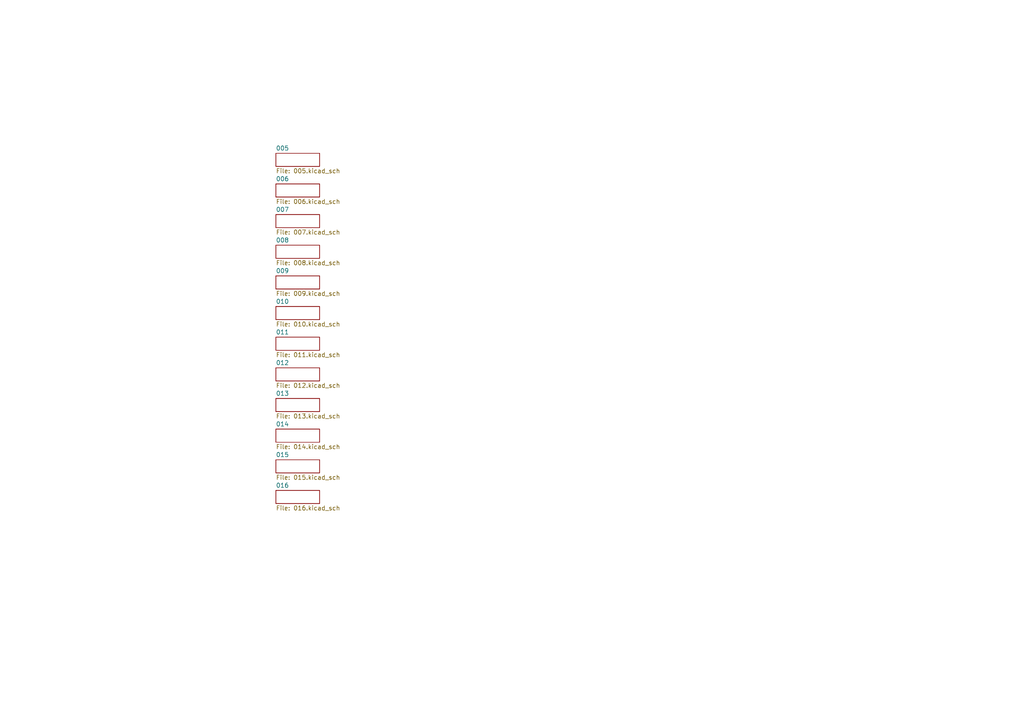
<source format=kicad_sch>
(kicad_sch
	(version 20231120)
	(generator "eeschema")
	(generator_version "8.0")
	(uuid "1af65040-ad8d-4212-a25d-67dbb60d3c8a")
	(paper "A4")
	(lib_symbols)
	(sheet
		(at 80.01 97.79)
		(size 12.7 3.81)
		(fields_autoplaced yes)
		(stroke
			(width 0.1524)
			(type solid)
		)
		(fill
			(color 0 0 0 0.0000)
		)
		(uuid "03ffb809-69e0-40ea-a014-511730b29694")
		(property "Sheetname" "011"
			(at 80.01 97.0784 0)
			(effects
				(font
					(size 1.27 1.27)
				)
				(justify left bottom)
			)
		)
		(property "Sheetfile" "011.kicad_sch"
			(at 80.01 102.1846 0)
			(effects
				(font
					(size 1.27 1.27)
				)
				(justify left top)
			)
		)
		(instances
			(project "pocketbeagle2-kicad"
				(path "/1af65040-ad8d-4212-a25d-67dbb60d3c8a"
					(page "8")
				)
			)
		)
	)
	(sheet
		(at 80.01 115.57)
		(size 12.7 3.81)
		(fields_autoplaced yes)
		(stroke
			(width 0.1524)
			(type solid)
		)
		(fill
			(color 0 0 0 0.0000)
		)
		(uuid "405e26ae-1239-4542-a839-01f61bb3b6cb")
		(property "Sheetname" "013"
			(at 80.01 114.8584 0)
			(effects
				(font
					(size 1.27 1.27)
				)
				(justify left bottom)
			)
		)
		(property "Sheetfile" "013.kicad_sch"
			(at 80.01 119.9646 0)
			(effects
				(font
					(size 1.27 1.27)
				)
				(justify left top)
			)
		)
		(instances
			(project "pocketbeagle2-kicad"
				(path "/1af65040-ad8d-4212-a25d-67dbb60d3c8a"
					(page "10")
				)
			)
		)
	)
	(sheet
		(at 80.01 62.23)
		(size 12.7 3.81)
		(fields_autoplaced yes)
		(stroke
			(width 0.1524)
			(type solid)
		)
		(fill
			(color 0 0 0 0.0000)
		)
		(uuid "4f76cb85-deb0-4150-9806-69d7ec16874e")
		(property "Sheetname" "007"
			(at 80.01 61.5184 0)
			(effects
				(font
					(size 1.27 1.27)
				)
				(justify left bottom)
			)
		)
		(property "Sheetfile" "007.kicad_sch"
			(at 80.01 66.6246 0)
			(effects
				(font
					(size 1.27 1.27)
				)
				(justify left top)
			)
		)
		(instances
			(project "pocketbeagle2-kicad"
				(path "/1af65040-ad8d-4212-a25d-67dbb60d3c8a"
					(page "4")
				)
			)
		)
	)
	(sheet
		(at 80.01 80.01)
		(size 12.7 3.81)
		(fields_autoplaced yes)
		(stroke
			(width 0.1524)
			(type solid)
		)
		(fill
			(color 0 0 0 0.0000)
		)
		(uuid "63a3f759-2c81-4c18-83d2-e45c6e97509b")
		(property "Sheetname" "009"
			(at 80.01 79.2984 0)
			(effects
				(font
					(size 1.27 1.27)
				)
				(justify left bottom)
			)
		)
		(property "Sheetfile" "009.kicad_sch"
			(at 80.01 84.4046 0)
			(effects
				(font
					(size 1.27 1.27)
				)
				(justify left top)
			)
		)
		(instances
			(project "pocketbeagle2-kicad"
				(path "/1af65040-ad8d-4212-a25d-67dbb60d3c8a"
					(page "6")
				)
			)
		)
	)
	(sheet
		(at 80.01 88.9)
		(size 12.7 3.81)
		(fields_autoplaced yes)
		(stroke
			(width 0.1524)
			(type solid)
		)
		(fill
			(color 0 0 0 0.0000)
		)
		(uuid "6eca49e8-5f77-4720-8cd5-9b0687767668")
		(property "Sheetname" "010"
			(at 80.01 88.1884 0)
			(effects
				(font
					(size 1.27 1.27)
				)
				(justify left bottom)
			)
		)
		(property "Sheetfile" "010.kicad_sch"
			(at 80.01 93.2946 0)
			(effects
				(font
					(size 1.27 1.27)
				)
				(justify left top)
			)
		)
		(instances
			(project "pocketbeagle2-kicad"
				(path "/1af65040-ad8d-4212-a25d-67dbb60d3c8a"
					(page "7")
				)
			)
		)
	)
	(sheet
		(at 80.01 71.12)
		(size 12.7 3.81)
		(fields_autoplaced yes)
		(stroke
			(width 0.1524)
			(type solid)
		)
		(fill
			(color 0 0 0 0.0000)
		)
		(uuid "85338fda-3c6e-4449-8720-35f494a9b203")
		(property "Sheetname" "008"
			(at 80.01 70.4084 0)
			(effects
				(font
					(size 1.27 1.27)
				)
				(justify left bottom)
			)
		)
		(property "Sheetfile" "008.kicad_sch"
			(at 80.01 75.5146 0)
			(effects
				(font
					(size 1.27 1.27)
				)
				(justify left top)
			)
		)
		(instances
			(project "pocketbeagle2-kicad"
				(path "/1af65040-ad8d-4212-a25d-67dbb60d3c8a"
					(page "5")
				)
			)
		)
	)
	(sheet
		(at 80.01 44.45)
		(size 12.7 3.81)
		(fields_autoplaced yes)
		(stroke
			(width 0.1524)
			(type solid)
		)
		(fill
			(color 0 0 0 0.0000)
		)
		(uuid "b24bea38-c11c-4424-bb41-7b31ae4a131e")
		(property "Sheetname" "005"
			(at 80.01 43.7384 0)
			(effects
				(font
					(size 1.27 1.27)
				)
				(justify left bottom)
			)
		)
		(property "Sheetfile" "005.kicad_sch"
			(at 80.01 48.8446 0)
			(effects
				(font
					(size 1.27 1.27)
				)
				(justify left top)
			)
		)
		(instances
			(project "pocketbeagle2-kicad"
				(path "/1af65040-ad8d-4212-a25d-67dbb60d3c8a"
					(page "2")
				)
			)
		)
	)
	(sheet
		(at 80.01 133.35)
		(size 12.7 3.81)
		(fields_autoplaced yes)
		(stroke
			(width 0.1524)
			(type solid)
		)
		(fill
			(color 0 0 0 0.0000)
		)
		(uuid "b483b47f-c440-4ea4-a363-ed4d010af64c")
		(property "Sheetname" "015"
			(at 80.01 132.6384 0)
			(effects
				(font
					(size 1.27 1.27)
				)
				(justify left bottom)
			)
		)
		(property "Sheetfile" "015.kicad_sch"
			(at 80.01 137.7446 0)
			(effects
				(font
					(size 1.27 1.27)
				)
				(justify left top)
			)
		)
		(instances
			(project "pocketbeagle2-kicad"
				(path "/1af65040-ad8d-4212-a25d-67dbb60d3c8a"
					(page "12")
				)
			)
		)
	)
	(sheet
		(at 80.01 142.24)
		(size 12.7 3.81)
		(fields_autoplaced yes)
		(stroke
			(width 0.1524)
			(type solid)
		)
		(fill
			(color 0 0 0 0.0000)
		)
		(uuid "d7f5b43d-f756-4ab1-83f5-5e088daf8503")
		(property "Sheetname" "016"
			(at 80.01 141.5284 0)
			(effects
				(font
					(size 1.27 1.27)
				)
				(justify left bottom)
			)
		)
		(property "Sheetfile" "016.kicad_sch"
			(at 80.01 146.6346 0)
			(effects
				(font
					(size 1.27 1.27)
				)
				(justify left top)
			)
		)
		(instances
			(project "pocketbeagle2-kicad"
				(path "/1af65040-ad8d-4212-a25d-67dbb60d3c8a"
					(page "13")
				)
			)
		)
	)
	(sheet
		(at 80.01 124.46)
		(size 12.7 3.81)
		(fields_autoplaced yes)
		(stroke
			(width 0.1524)
			(type solid)
		)
		(fill
			(color 0 0 0 0.0000)
		)
		(uuid "e23ede1b-f96b-4a35-9315-2e6ae36c0d0e")
		(property "Sheetname" "014"
			(at 80.01 123.7484 0)
			(effects
				(font
					(size 1.27 1.27)
				)
				(justify left bottom)
			)
		)
		(property "Sheetfile" "014.kicad_sch"
			(at 80.01 128.8546 0)
			(effects
				(font
					(size 1.27 1.27)
				)
				(justify left top)
			)
		)
		(instances
			(project "pocketbeagle2-kicad"
				(path "/1af65040-ad8d-4212-a25d-67dbb60d3c8a"
					(page "11")
				)
			)
		)
	)
	(sheet
		(at 80.01 53.34)
		(size 12.7 3.81)
		(fields_autoplaced yes)
		(stroke
			(width 0.1524)
			(type solid)
		)
		(fill
			(color 0 0 0 0.0000)
		)
		(uuid "e49cbf18-24e8-4406-99e9-e19ce0343315")
		(property "Sheetname" "006"
			(at 80.01 52.6284 0)
			(effects
				(font
					(size 1.27 1.27)
				)
				(justify left bottom)
			)
		)
		(property "Sheetfile" "006.kicad_sch"
			(at 80.01 57.7346 0)
			(effects
				(font
					(size 1.27 1.27)
				)
				(justify left top)
			)
		)
		(instances
			(project "pocketbeagle2-kicad"
				(path "/1af65040-ad8d-4212-a25d-67dbb60d3c8a"
					(page "3")
				)
			)
		)
	)
	(sheet
		(at 80.01 106.68)
		(size 12.7 3.81)
		(fields_autoplaced yes)
		(stroke
			(width 0.1524)
			(type solid)
		)
		(fill
			(color 0 0 0 0.0000)
		)
		(uuid "ebfe340c-5499-4529-8000-92ad0a5957f2")
		(property "Sheetname" "012"
			(at 80.01 105.9684 0)
			(effects
				(font
					(size 1.27 1.27)
				)
				(justify left bottom)
			)
		)
		(property "Sheetfile" "012.kicad_sch"
			(at 80.01 111.0746 0)
			(effects
				(font
					(size 1.27 1.27)
				)
				(justify left top)
			)
		)
		(instances
			(project "pocketbeagle2-kicad"
				(path "/1af65040-ad8d-4212-a25d-67dbb60d3c8a"
					(page "9")
				)
			)
		)
	)
	(sheet_instances
		(path "/"
			(page "1")
		)
	)
)

</source>
